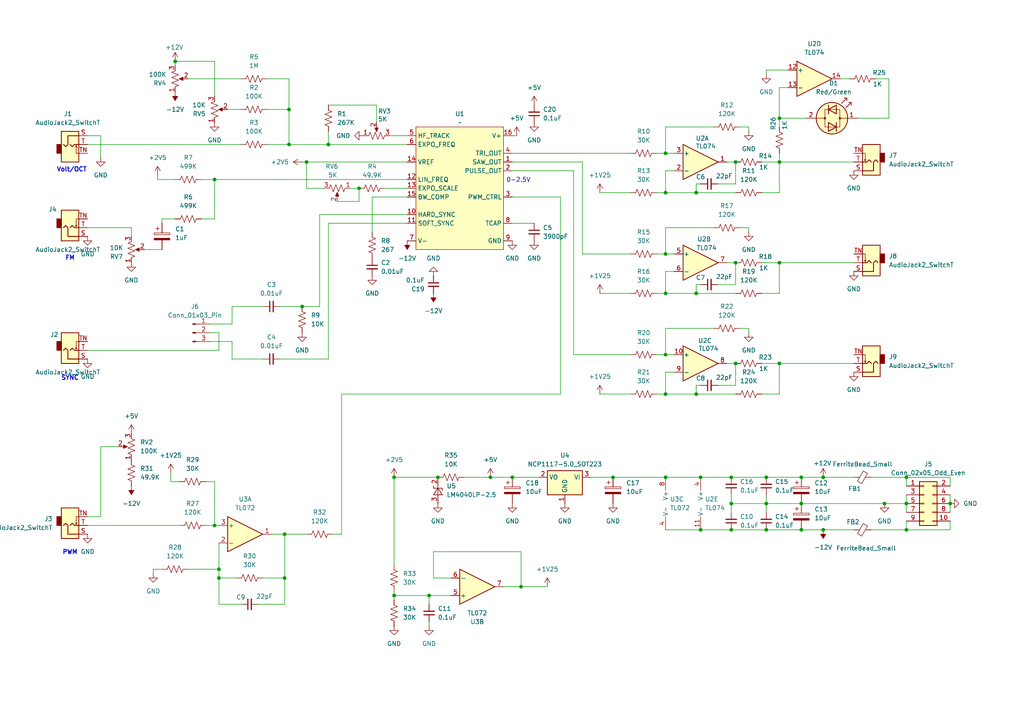
<source format=kicad_sch>
(kicad_sch (version 20231120) (generator "eeschema") (generator_version "8.0")
  (paper "A4")
  (junction (at 201.93 85.09))
  (junction (at 212.09 153.67))
  (junction (at 142.24 138.43))
  (junction (at 222.25 146.05))
  (junction (at 232.41 146.05))
  (junction (at 213.36 46.99))
  (junction (at 203.2 138.43))
  (junction (at 148.59 138.43))
  (junction (at 262.89 138.43))
  (junction (at 50.8 17.78))
  (junction (at 88.9 46.99))
  (junction (at 193.04 85.09))
  (junction (at 238.76 153.67))
  (junction (at 82.55 167.64))
  (junction (at 151.13 170.18))
  (junction (at 114.3 172.72))
  (junction (at 275.59 146.05))
  (junction (at 238.76 138.43))
  (junction (at 127 138.43))
  (junction (at 104.14 54.61))
  (junction (at 63.5 167.64))
  (junction (at 226.06 46.99))
  (junction (at 213.36 105.41))
  (junction (at 213.36 76.2))
  (junction (at 222.25 138.43))
  (junction (at 226.06 105.41))
  (junction (at 193.04 138.43))
  (junction (at 193.04 114.3))
  (junction (at 95.25 41.91))
  (junction (at 193.04 55.88))
  (junction (at 63.5 165.1))
  (junction (at 177.8 138.43))
  (junction (at 62.23 152.4))
  (junction (at 226.06 34.29))
  (junction (at 124.46 172.72))
  (junction (at 193.04 102.87))
  (junction (at 232.41 138.43))
  (junction (at 203.2 153.67))
  (junction (at 82.55 154.94))
  (junction (at 256.54 146.05))
  (junction (at 262.89 153.67))
  (junction (at 212.09 138.43))
  (junction (at 87.63 88.9))
  (junction (at 201.93 55.88))
  (junction (at 262.89 146.05))
  (junction (at 212.09 146.05))
  (junction (at 193.04 44.45))
  (junction (at 232.41 153.67))
  (junction (at 114.3 138.43))
  (junction (at 62.23 52.07))
  (junction (at 83.82 41.91))
  (junction (at 222.25 153.67))
  (junction (at 201.93 114.3))
  (junction (at 193.04 73.66))
  (junction (at 83.82 31.75))
  (junction (at 226.06 76.2))
  (wire (pts (xy 190.5 114.3) (xy 193.04 114.3)))
  (wire (pts (xy 148.59 138.43) (xy 156.21 138.43)))
  (wire (pts (xy 238.76 153.67) (xy 247.65 153.67)))
  (wire (pts (xy 254 22.86) (xy 257.81 22.86)))
  (wire (pts (xy 212.09 138.43) (xy 222.25 138.43)))
  (wire (pts (xy 210.82 46.99) (xy 213.36 46.99)))
  (wire (pts (xy 262.89 143.51) (xy 262.89 146.05)))
  (wire (pts (xy 151.13 170.18) (xy 158.75 170.18)))
  (wire (pts (xy 275.59 138.43) (xy 262.89 138.43)))
  (wire (pts (xy 45.72 52.07) (xy 45.72 50.8)))
  (wire (pts (xy 222.25 20.32) (xy 222.25 21.59)))
  (wire (pts (xy 95.25 30.48) (xy 109.22 30.48)))
  (wire (pts (xy 247.65 105.41) (xy 226.06 105.41)))
  (wire (pts (xy 114.3 172.72) (xy 114.3 173.99)))
  (wire (pts (xy 83.82 31.75) (xy 83.82 41.91)))
  (wire (pts (xy 78.74 154.94) (xy 82.55 154.94)))
  (wire (pts (xy 62.23 152.4) (xy 63.5 152.4)))
  (wire (pts (xy 226.06 55.88) (xy 226.06 46.99)))
  (wire (pts (xy 134.62 138.43) (xy 142.24 138.43)))
  (wire (pts (xy 95.25 38.1) (xy 95.25 41.91)))
  (wire (pts (xy 124.46 172.72) (xy 114.3 172.72)))
  (wire (pts (xy 226.06 76.2) (xy 220.98 76.2)))
  (wire (pts (xy 67.31 99.06) (xy 60.96 99.06)))
  (wire (pts (xy 275.59 143.51) (xy 275.59 146.05)))
  (wire (pts (xy 214.63 36.83) (xy 217.17 36.83)))
  (wire (pts (xy 201.93 53.34) (xy 201.93 55.88)))
  (wire (pts (xy 29.21 149.86) (xy 29.21 129.54)))
  (wire (pts (xy 63.5 167.64) (xy 63.5 165.1)))
  (wire (pts (xy 190.5 102.87) (xy 193.04 102.87)))
  (wire (pts (xy 212.09 146.05) (xy 212.09 148.59)))
  (wire (pts (xy 256.54 146.05) (xy 262.89 146.05)))
  (wire (pts (xy 208.28 111.76) (xy 213.36 111.76)))
  (wire (pts (xy 232.41 153.67) (xy 238.76 153.67)))
  (wire (pts (xy 151.13 170.18) (xy 146.05 170.18)))
  (wire (pts (xy 217.17 66.04) (xy 217.17 67.31)))
  (wire (pts (xy 95.25 64.77) (xy 118.11 64.77)))
  (wire (pts (xy 262.89 138.43) (xy 252.73 138.43)))
  (wire (pts (xy 29.21 129.54) (xy 34.29 129.54)))
  (wire (pts (xy 46.99 63.5) (xy 46.99 64.77)))
  (wire (pts (xy 228.6 20.32) (xy 222.25 20.32)))
  (wire (pts (xy 275.59 151.13) (xy 275.59 153.67)))
  (wire (pts (xy 212.09 143.51) (xy 212.09 146.05)))
  (wire (pts (xy 62.23 63.5) (xy 62.23 52.07)))
  (wire (pts (xy 193.04 44.45) (xy 195.58 44.45)))
  (wire (pts (xy 193.04 49.53) (xy 193.04 55.88)))
  (wire (pts (xy 193.04 114.3) (xy 201.93 114.3)))
  (wire (pts (xy 44.45 165.1) (xy 44.45 166.37)))
  (wire (pts (xy 60.96 96.52) (xy 63.5 96.52)))
  (wire (pts (xy 214.63 95.25) (xy 217.17 95.25)))
  (wire (pts (xy 148.59 46.99) (xy 168.91 46.99)))
  (wire (pts (xy 177.8 138.43) (xy 193.04 138.43)))
  (wire (pts (xy 201.93 114.3) (xy 213.36 114.3)))
  (wire (pts (xy 63.5 101.6) (xy 25.4 101.6)))
  (wire (pts (xy 114.3 171.45) (xy 114.3 172.72)))
  (wire (pts (xy 99.06 114.3) (xy 99.06 154.94)))
  (wire (pts (xy 193.04 55.88) (xy 201.93 55.88)))
  (wire (pts (xy 67.31 88.9) (xy 76.2 88.9)))
  (wire (pts (xy 222.25 143.51) (xy 222.25 146.05)))
  (wire (pts (xy 193.04 102.87) (xy 195.58 102.87)))
  (wire (pts (xy 83.82 41.91) (xy 95.25 41.91)))
  (wire (pts (xy 125.73 160.02) (xy 151.13 160.02)))
  (wire (pts (xy 50.8 17.78) (xy 50.8 19.05)))
  (wire (pts (xy 173.99 55.88) (xy 182.88 55.88)))
  (wire (pts (xy 275.59 140.97) (xy 275.59 138.43)))
  (wire (pts (xy 232.41 146.05) (xy 256.54 146.05)))
  (wire (pts (xy 77.47 31.75) (xy 83.82 31.75)))
  (wire (pts (xy 49.53 137.16) (xy 49.53 139.7)))
  (wire (pts (xy 166.37 49.53) (xy 166.37 102.87)))
  (wire (pts (xy 207.01 95.25) (xy 193.04 95.25)))
  (wire (pts (xy 46.99 72.39) (xy 41.91 72.39)))
  (wire (pts (xy 210.82 105.41) (xy 213.36 105.41)))
  (wire (pts (xy 168.91 46.99) (xy 168.91 73.66)))
  (wire (pts (xy 226.06 76.2) (xy 226.06 85.09)))
  (wire (pts (xy 262.89 153.67) (xy 252.73 153.67)))
  (wire (pts (xy 99.06 154.94) (xy 96.52 154.94)))
  (wire (pts (xy 203.2 53.34) (xy 201.93 53.34)))
  (wire (pts (xy 76.2 104.14) (xy 67.31 104.14)))
  (wire (pts (xy 63.5 175.26) (xy 63.5 167.64)))
  (wire (pts (xy 213.36 82.55) (xy 213.36 76.2)))
  (wire (pts (xy 166.37 102.87) (xy 182.88 102.87)))
  (wire (pts (xy 213.36 111.76) (xy 213.36 105.41)))
  (wire (pts (xy 262.89 151.13) (xy 262.89 153.67)))
  (wire (pts (xy 124.46 172.72) (xy 124.46 175.26)))
  (wire (pts (xy 68.58 167.64) (xy 63.5 167.64)))
  (wire (pts (xy 173.99 114.3) (xy 182.88 114.3)))
  (wire (pts (xy 60.96 93.98) (xy 67.31 93.98)))
  (wire (pts (xy 81.28 104.14) (xy 95.25 104.14)))
  (wire (pts (xy 82.55 167.64) (xy 76.2 167.64)))
  (wire (pts (xy 201.93 82.55) (xy 201.93 85.09)))
  (wire (pts (xy 101.6 54.61) (xy 104.14 54.61)))
  (wire (pts (xy 62.23 17.78) (xy 62.23 27.94)))
  (wire (pts (xy 114.3 138.43) (xy 127 138.43)))
  (wire (pts (xy 83.82 22.86) (xy 83.82 31.75)))
  (wire (pts (xy 111.76 54.61) (xy 118.11 54.61)))
  (wire (pts (xy 49.53 139.7) (xy 52.07 139.7)))
  (wire (pts (xy 173.99 85.09) (xy 182.88 85.09)))
  (wire (pts (xy 195.58 49.53) (xy 193.04 49.53)))
  (wire (pts (xy 66.04 31.75) (xy 69.85 31.75)))
  (wire (pts (xy 63.5 157.48) (xy 63.5 165.1)))
  (wire (pts (xy 243.84 22.86) (xy 246.38 22.86)))
  (wire (pts (xy 58.42 52.07) (xy 62.23 52.07)))
  (wire (pts (xy 226.06 105.41) (xy 226.06 114.3)))
  (wire (pts (xy 203.2 138.43) (xy 212.09 138.43)))
  (wire (pts (xy 50.8 17.78) (xy 62.23 17.78)))
  (wire (pts (xy 262.89 146.05) (xy 262.89 148.59)))
  (wire (pts (xy 97.79 58.42) (xy 104.14 58.42)))
  (wire (pts (xy 193.04 153.67) (xy 203.2 153.67)))
  (wire (pts (xy 77.47 22.86) (xy 83.82 22.86)))
  (wire (pts (xy 217.17 36.83) (xy 217.17 38.1)))
  (wire (pts (xy 118.11 62.23) (xy 92.71 62.23)))
  (wire (pts (xy 220.98 114.3) (xy 226.06 114.3)))
  (wire (pts (xy 193.04 138.43) (xy 203.2 138.43)))
  (wire (pts (xy 125.73 167.64) (xy 125.73 160.02)))
  (wire (pts (xy 171.45 138.43) (xy 177.8 138.43)))
  (wire (pts (xy 275.59 153.67) (xy 262.89 153.67)))
  (wire (pts (xy 142.24 138.43) (xy 148.59 138.43)))
  (wire (pts (xy 107.95 57.15) (xy 107.95 67.31)))
  (wire (pts (xy 226.06 46.99) (xy 247.65 46.99)))
  (wire (pts (xy 226.06 34.29) (xy 226.06 36.83)))
  (wire (pts (xy 104.14 58.42) (xy 104.14 54.61)))
  (wire (pts (xy 109.22 30.48) (xy 109.22 35.56)))
  (wire (pts (xy 257.81 34.29) (xy 248.92 34.29)))
  (wire (pts (xy 38.1 66.04) (xy 38.1 68.58)))
  (wire (pts (xy 95.25 104.14) (xy 95.25 64.77)))
  (wire (pts (xy 210.82 76.2) (xy 213.36 76.2)))
  (wire (pts (xy 195.58 107.95) (xy 193.04 107.95)))
  (wire (pts (xy 203.2 111.76) (xy 201.93 111.76)))
  (wire (pts (xy 195.58 78.74) (xy 193.04 78.74)))
  (wire (pts (xy 193.04 107.95) (xy 193.04 114.3)))
  (wire (pts (xy 92.71 88.9) (xy 87.63 88.9)))
  (wire (pts (xy 25.4 41.91) (xy 69.85 41.91)))
  (wire (pts (xy 217.17 95.25) (xy 217.17 96.52)))
  (wire (pts (xy 207.01 36.83) (xy 193.04 36.83)))
  (wire (pts (xy 25.4 39.37) (xy 29.21 39.37)))
  (wire (pts (xy 220.98 85.09) (xy 226.06 85.09)))
  (wire (pts (xy 92.71 62.23) (xy 92.71 88.9)))
  (wire (pts (xy 275.59 146.05) (xy 275.59 148.59)))
  (wire (pts (xy 190.5 44.45) (xy 193.04 44.45)))
  (wire (pts (xy 238.76 138.43) (xy 247.65 138.43)))
  (wire (pts (xy 222.25 153.67) (xy 232.41 153.67)))
  (wire (pts (xy 203.2 153.67) (xy 212.09 153.67)))
  (wire (pts (xy 93.98 54.61) (xy 88.9 54.61)))
  (wire (pts (xy 148.59 64.77) (xy 154.94 64.77)))
  (wire (pts (xy 88.9 54.61) (xy 88.9 46.99)))
  (wire (pts (xy 226.06 55.88) (xy 220.98 55.88)))
  (wire (pts (xy 149.86 39.37) (xy 148.59 39.37)))
  (wire (pts (xy 228.6 25.4) (xy 226.06 25.4)))
  (wire (pts (xy 226.06 25.4) (xy 226.06 34.29)))
  (wire (pts (xy 148.59 44.45) (xy 182.88 44.45)))
  (wire (pts (xy 193.04 66.04) (xy 193.04 73.66)))
  (wire (pts (xy 226.06 105.41) (xy 220.98 105.41)))
  (wire (pts (xy 50.8 52.07) (xy 45.72 52.07)))
  (wire (pts (xy 95.25 41.91) (xy 118.11 41.91)))
  (wire (pts (xy 148.59 57.15) (xy 162.56 57.15)))
  (wire (pts (xy 222.25 138.43) (xy 232.41 138.43)))
  (wire (pts (xy 212.09 146.05) (xy 222.25 146.05)))
  (wire (pts (xy 130.81 167.64) (xy 125.73 167.64)))
  (wire (pts (xy 82.55 154.94) (xy 82.55 167.64)))
  (wire (pts (xy 203.2 82.55) (xy 201.93 82.55)))
  (wire (pts (xy 118.11 57.15) (xy 107.95 57.15)))
  (wire (pts (xy 190.5 73.66) (xy 193.04 73.66)))
  (wire (pts (xy 226.06 44.45) (xy 226.06 46.99)))
  (wire (pts (xy 257.81 22.86) (xy 257.81 34.29)))
  (wire (pts (xy 63.5 165.1) (xy 54.61 165.1)))
  (wire (pts (xy 67.31 93.98) (xy 67.31 88.9)))
  (wire (pts (xy 262.89 140.97) (xy 262.89 138.43)))
  (wire (pts (xy 62.23 139.7) (xy 62.23 152.4)))
  (wire (pts (xy 201.93 55.88) (xy 213.36 55.88)))
  (wire (pts (xy 247.65 76.2) (xy 226.06 76.2)))
  (wire (pts (xy 29.21 39.37) (xy 29.21 45.72)))
  (wire (pts (xy 62.23 52.07) (xy 118.11 52.07)))
  (wire (pts (xy 87.63 88.9) (xy 81.28 88.9)))
  (wire (pts (xy 148.59 49.53) (xy 166.37 49.53)))
  (wire (pts (xy 201.93 111.76) (xy 201.93 114.3)))
  (wire (pts (xy 88.9 46.99) (xy 118.11 46.99)))
  (wire (pts (xy 168.91 73.66) (xy 182.88 73.66)))
  (wire (pts (xy 220.98 46.99) (xy 226.06 46.99)))
  (wire (pts (xy 58.42 63.5) (xy 62.23 63.5)))
  (wire (pts (xy 54.61 22.86) (xy 69.85 22.86)))
  (wire (pts (xy 190.5 85.09) (xy 193.04 85.09)))
  (wire (pts (xy 113.03 39.37) (xy 118.11 39.37)))
  (wire (pts (xy 222.25 146.05) (xy 222.25 148.59)))
  (wire (pts (xy 50.8 63.5) (xy 46.99 63.5)))
  (wire (pts (xy 59.69 152.4) (xy 62.23 152.4)))
  (wire (pts (xy 162.56 114.3) (xy 99.06 114.3)))
  (wire (pts (xy 82.55 175.26) (xy 82.55 167.64)))
  (wire (pts (xy 212.09 153.67) (xy 222.25 153.67)))
  (wire (pts (xy 214.63 66.04) (xy 217.17 66.04)))
  (wire (pts (xy 46.99 165.1) (xy 44.45 165.1)))
  (wire (pts (xy 193.04 78.74) (xy 193.04 85.09)))
  (wire (pts (xy 207.01 66.04) (xy 193.04 66.04)))
  (wire (pts (xy 193.04 95.25) (xy 193.04 102.87)))
  (wire (pts (xy 25.4 66.04) (xy 38.1 66.04)))
  (wire (pts (xy 77.47 41.91) (xy 83.82 41.91)))
  (wire (pts (xy 208.28 53.34) (xy 213.36 53.34)))
  (wire (pts (xy 25.4 149.86) (xy 29.21 149.86)))
  (wire (pts (xy 114.3 163.83) (xy 114.3 138.43)))
  (wire (pts (xy 162.56 57.15) (xy 162.56 114.3)))
  (wire (pts (xy 25.4 152.4) (xy 52.07 152.4)))
  (wire (pts (xy 201.93 85.09) (xy 213.36 85.09)))
  (wire (pts (xy 59.69 139.7) (xy 62.23 139.7)))
  (wire (pts (xy 208.28 82.55) (xy 213.36 82.55)))
  (wire (pts (xy 82.55 154.94) (xy 88.9 154.94)))
  (wire (pts (xy 63.5 96.52) (xy 63.5 101.6)))
  (wire (pts (xy 232.41 138.43) (xy 238.76 138.43)))
  (wire (pts (xy 124.46 181.61) (xy 124.46 180.34)))
  (wire (pts (xy 193.04 73.66) (xy 195.58 73.66)))
  (wire (pts (xy 193.04 36.83) (xy 193.04 44.45)))
  (wire (pts (xy 222.25 146.05) (xy 232.41 146.05)))
  (wire (pts (xy 74.93 175.26) (xy 82.55 175.26)))
  (wire (pts (xy 130.81 172.72) (xy 124.46 172.72)))
  (wire (pts (xy 151.13 160.02) (xy 151.13 170.18)))
  (wire (pts (xy 87.63 46.99) (xy 88.9 46.99)))
  (wire (pts (xy 190.5 55.88) (xy 193.04 55.88)))
  (wire (pts (xy 67.31 104.14) (xy 67.31 99.06)))
  (wire (pts (xy 69.85 175.26) (xy 63.5 175.26)))
  (wire (pts (xy 193.04 85.09) (xy 201.93 85.09)))
  (wire (pts (xy 233.68 34.29) (xy 226.06 34.29)))
  (wire (pts (xy 213.36 53.34) (xy 213.36 46.99)))
  (text "0-2.5V" (at 150.368 52.324 0) (effects (font (size 1.27 1.27))))
  (text "SYNC" (at 20.32 109.728 0) (effects (font (size 1.27 1.27) (bold yes))))
  (text "FM" (at 20.32 74.93 0) (effects (font (size 1.27 1.27) (bold yes))))
  (text "Volt/OCT" (at 20.828 49.276 0) (effects (font (size 1.27 1.27) (thickness 0.254) (bold yes))))
  (text "PWM\n" (at 20.32 160.274 0) (effects (font (size 1.27 1.27) (bold yes))))
  (symbol (lib_id "Regulator_Linear:NCP1117-5.0_SOT223") (at 163.83 138.43 0) (mirror y) (unit 1)
    (property "Reference" "U4" (at 163.83 132.08 0))
    (property "Value" "NCP1117-5.0_SOT223" (at 163.83 134.62 0))
    (property "Footprint" "Package_TO_SOT_SMD:SOT-223-3_TabPin2" (effects (hide yes)))
    (property "Datasheet" "http://www.onsemi.com/pub_link/Collateral/NCP1117-D.PDF" (effects (hide yes)))
    (property "Description" "1A Low drop-out regulator, Fixed Output 5V, SOT-223" (effects (hide yes)))
  )
  (symbol (lib_id "power:GND") (at 127 146.05 0) (unit 1)
    (property "Reference" "#PWR03" (effects (hide yes)))
    (property "Value" "GND" (at 127 151.13 0))
    (property "Description" "Power symbol creates a global label with name \"GND\" , ground" (effects (hide yes)))
  )
  (symbol (lib_id "Device:C_Small") (at 205.74 82.55 90) (unit 1)
    (property "Reference" "C7" (at 203.2 80.518 90))
    (property "Value" "22pF" (at 210.058 80.264 90))
    (property "Footprint" "Capacitor_SMD:C_0603_1608Metric_Pad1.08x0.95mm_HandSolder" (effects (hide yes)))
    (property "Description" "Unpolarized capacitor, small symbol" (effects (hide yes)))
  )
  (symbol (lib_id "power:GND") (at 177.8 146.05 0) (unit 1)
    (property "Reference" "#PWR032" (effects (hide yes)))
    (property "Value" "GND" (at 177.8 151.13 0))
    (property "Description" "Power symbol creates a global label with name \"GND\" , ground" (effects (hide yes)))
  )
  (symbol (lib_id "Device:C_Small") (at 72.39 175.26 90) (unit 1)
    (property "Reference" "C9" (at 69.85 173.228 90))
    (property "Value" "22pF" (at 76.708 172.974 90))
    (property "Footprint" "Capacitor_SMD:C_0603_1608Metric_Pad1.08x0.95mm_HandSolder" (effects (hide yes)))
    (property "Description" "Unpolarized capacitor, small symbol" (effects (hide yes)))
  )
  (symbol (lib_id "power:GND") (at 217.17 38.1 0) (unit 1)
    (property "Reference" "#PWR016" (effects (hide yes)))
    (property "Value" "GND" (at 217.17 43.18 0))
    (property "Description" "Power symbol creates a global label with name \"GND\" , ground" (effects (hide yes)))
  )
  (symbol (lib_id "power:+2V5") (at 87.63 46.99 90) (unit 1)
    (property "Reference" "#PWR01" (effects (hide yes)))
    (property "Value" "+2V5" (at 83.82 46.9899 90) (effects (justify left)))
    (property "Description" "Power symbol creates a global label with name \"+2V5\"" (effects (hide yes)))
  )
  (symbol (lib_id "power:GND") (at 44.45 166.37 0) (unit 1)
    (property "Reference" "#PWR027" (effects (hide yes)))
    (property "Value" "GND" (at 44.45 171.45 0))
    (property "Description" "Power symbol creates a global label with name \"GND\" , ground" (effects (hide yes)))
  )
  (symbol (lib_id "Device:R_US") (at 217.17 46.99 270) (unit 1)
    (property "Reference" "R14" (at 221.996 45.212 90))
    (property "Value" "1K" (at 221.488 48.514 90))
    (property "Footprint" "Resistor_SMD:R_0603_1608Metric_Pad0.98x0.95mm_HandSolder" (effects (hide yes)))
    (property "Description" "Resistor, US symbol" (effects (hide yes)))
  )
  (symbol (lib_id "Device:R_US") (at 250.19 22.86 270) (unit 1)
    (property "Reference" "R25" (at 255.016 21.082 90))
    (property "Value" "1K" (at 254.508 24.384 90))
    (property "Footprint" "Resistor_SMD:R_0603_1608Metric_Pad0.98x0.95mm_HandSolder" (effects (hide yes)))
    (property "Description" "Resistor, US symbol" (effects (hide yes)))
  )
  (symbol (lib_id "power:GND") (at 256.54 146.05 0) (unit 1)
    (property "Reference" "#PWR045" (effects (hide yes)))
    (property "Value" "GND" (at 256.54 151.13 0))
    (property "Description" "Power symbol creates a global label with name \"GND\" , ground" (effects (hide yes)))
  )
  (symbol (lib_id "power:GND") (at 29.21 45.72 0) (unit 1)
    (property "Reference" "#PWR04" (effects (hide yes)))
    (property "Value" "GND" (at 29.21 50.8 0))
    (property "Description" "Power symbol creates a global label with name \"GND\" , ground" (effects (hide yes)))
  )
  (symbol (lib_id "power:GND") (at 148.59 69.85 0) (unit 1)
    (property "Reference" "#PWR013" (effects (hide yes)))
    (property "Value" "GND" (at 148.59 74.93 0))
    (property "Description" "Power symbol creates a global label with name \"GND\" , ground" (effects (hide yes)))
  )
  (symbol (lib_id "Device:R_US") (at 87.63 92.71 180) (unit 1)
    (property "Reference" "R9" (at 90.17 91.4399 0) (effects (justify right)))
    (property "Value" "10K" (at 90.17 93.9799 0) (effects (justify right)))
    (property "Footprint" "Resistor_SMD:R_0603_1608Metric_Pad0.98x0.95mm_HandSolder" (effects (hide yes)))
    (property "Description" "Resistor, US symbol" (effects (hide yes)))
  )
  (symbol (lib_id "power:+1V2") (at 158.75 170.18 0) (unit 1)
    (property "Reference" "#PWR036" (effects (hide yes)))
    (property "Value" "+1V25" (at 158.75 165.1 0))
    (property "Description" "Power symbol creates a global label with name \"+1V2\"" (effects (hide yes)))
  )
  (symbol (lib_id "Connector_Audio:AudioJack2_SwitchT") (at 252.73 46.99 180) (unit 1)
    (property "Reference" "J7" (at 257.81 45.0849 0) (effects (justify right)))
    (property "Value" "AudioJack2_SwitchT" (at 257.81 47.6249 0) (effects (justify right)))
    (property "Footprint" "Connector_Audio:Jack_3.5mm_QingPu_WQP-PJ398SM_Vertical_CircularHoles" (effects (hide yes)))
    (property "Description" "Audio Jack, 2 Poles (Mono / TS), Switched T Pole (Normalling)" (effects (hide yes)))
  )
  (symbol (lib_id "Device:R_US") (at 73.66 31.75 90) (unit 1)
    (property "Reference" "R2" (at 73.66 25.4 90))
    (property "Value" "100K" (at 73.66 27.94 90))
    (property "Footprint" "Resistor_SMD:R_0603_1608Metric_Pad0.98x0.95mm_HandSolder" (effects (hide yes)))
    (property "Description" "Resistor, US symbol" (effects (hide yes)))
  )
  (symbol (lib_id "Device:R_US") (at 38.1 137.16 180) (unit 1)
    (property "Reference" "R31" (at 40.64 135.8899 0) (effects (justify right)))
    (property "Value" "49.9K" (at 40.64 138.4299 0) (effects (justify right)))
    (property "Footprint" "Resistor_SMD:R_0603_1608Metric_Pad0.98x0.95mm_HandSolder" (effects (hide yes)))
    (property "Description" "Resistor, US symbol" (effects (hide yes)))
  )
  (symbol (lib_id "Amplifier_Operational:TL072") (at 138.43 170.18 0) (mirror x) (unit 2)
    (property "Reference" "U3" (at 138.43 180.34 0))
    (property "Value" "TL072" (at 138.43 177.8 0))
    (property "Footprint" "Package_SO:SOIC-8_3.9x4.9mm_P1.27mm" (effects (hide yes)))
    (property "Datasheet" "http://www.ti.com/lit/ds/symlink/tl071.pdf" (effects (hide yes)))
    (property "Description" "Dual Low-Noise JFET-Input Operational Amplifiers, DIP-8/SOIC-8" (effects (hide yes)))
  )
  (symbol (lib_id "power:GND") (at 38.1 76.2 0) (unit 1)
    (property "Reference" "#PWR08" (effects (hide yes)))
    (property "Value" "GND" (at 38.1 81.28 0))
    (property "Description" "Power symbol creates a global label with name \"GND\" , ground" (effects (hide yes)))
  )
  (symbol (lib_id "Device:C_Polarized") (at 177.8 142.24 0) (unit 1)
    (property "Reference" "C17" (at 181.61 140.0809 0) (effects (justify left)))
    (property "Value" "10uF" (at 181.61 142.6209 0) (effects (justify left)))
    (property "Footprint" "Capacitor_THT:CP_Radial_D5.0mm_P2.00mm" (effects (hide yes)))
    (property "Description" "Polarized capacitor" (effects (hide yes)))
  )
  (symbol (lib_id "Device:R_US") (at 54.61 63.5 90) (unit 1)
    (property "Reference" "R6" (at 54.61 57.15 90))
    (property "Value" "499K" (at 54.61 59.69 90))
    (property "Footprint" "Resistor_SMD:R_0603_1608Metric_Pad0.98x0.95mm_HandSolder" (effects (hide yes)))
    (property "Description" "Resistor, US symbol" (effects (hide yes)))
  )
  (symbol (lib_id "Device:R_Potentiometer_US") (at 109.22 39.37 90) (unit 1)
    (property "Reference" "RV3" (at 111.506 32.258 90))
    (property "Value" "5K" (at 110.998 34.544 90))
    (property "Footprint" "Potentiometer_THT:Potentiometer_Bourns_3296W_Vertical" (effects (hide yes)))
    (property "Description" "Potentiometer, US symbol" (effects (hide yes)))
  )
  (symbol (lib_id "power:GND") (at 247.65 49.53 0) (unit 1)
    (property "Reference" "#PWR046" (effects (hide yes)))
    (property "Value" "GND" (at 247.65 54.61 0))
    (property "Description" "Power symbol creates a global label with name \"GND\" , ground" (effects (hide yes)))
  )
  (symbol (lib_id "power:+1V2") (at 173.99 114.3 0) (unit 1)
    (property "Reference" "#PWR023" (effects (hide yes)))
    (property "Value" "+1V25" (at 173.99 109.22 0))
    (property "Description" "Power symbol creates a global label with name \"+1V2\"" (effects (hide yes)))
  )
  (symbol (lib_id "Connector_Audio:AudioJack2_SwitchT") (at 20.32 152.4 0) (mirror x) (unit 1)
    (property "Reference" "J3" (at 15.24 150.4949 0) (effects (justify right)))
    (property "Value" "AudioJack2_SwitchT" (at 15.24 153.0349 0) (effects (justify right)))
    (property "Footprint" "Connector_Audio:Jack_3.5mm_QingPu_WQP-PJ398SM_Vertical_CircularHoles" (effects (hide yes)))
    (property "Description" "Audio Jack, 2 Poles (Mono / TS), Switched T Pole (Normalling)" (effects (hide yes)))
  )
  (symbol (lib_id "Device:R_US") (at 186.69 85.09 270) (unit 1)
    (property "Reference" "R16" (at 186.69 78.74 90))
    (property "Value" "30K" (at 186.69 81.28 90))
    (property "Footprint" "Resistor_SMD:R_0603_1608Metric_Pad0.98x0.95mm_HandSolder" (effects (hide yes)))
    (property "Description" "Resistor, US symbol" (effects (hide yes)))
  )
  (symbol (lib_id "power:-12V") (at 238.76 153.67 180) (unit 1)
    (property "Reference" "#PWR040" (effects (hide yes)))
    (property "Value" "-12V" (at 238.76 158.75 0))
    (property "Description" "Power symbol creates a global label with name \"-12V\"" (effects (hide yes)))
  )
  (symbol (lib_id "Device:C_Small") (at 205.74 111.76 90) (unit 1)
    (property "Reference" "C8" (at 203.2 109.728 90))
    (property "Value" "22pF" (at 210.058 109.474 90))
    (property "Footprint" "Capacitor_SMD:C_0603_1608Metric_Pad1.08x0.95mm_HandSolder" (effects (hide yes)))
    (property "Description" "Unpolarized capacitor, small symbol" (effects (hide yes)))
  )
  (symbol (lib_id "Device:C_Small") (at 107.95 77.47 0) (unit 1)
    (property "Reference" "C2" (at 110.49 76.2062 0) (effects (justify left)))
    (property "Value" "0.01uF" (at 110.49 78.7462 0) (effects (justify left)))
    (property "Footprint" "Capacitor_SMD:C_0603_1608Metric_Pad1.08x0.95mm_HandSolder" (effects (hide yes)))
    (property "Description" "Unpolarized capacitor, small symbol" (effects (hide yes)))
  )
  (symbol (lib_id "power:-12V") (at 125.73 85.09 180) (unit 1)
    (property "Reference" "#PWR039" (effects (hide yes)))
    (property "Value" "-12V" (at 125.73 90.17 0))
    (property "Description" "Power symbol creates a global label with name \"-12V\"" (effects (hide yes)))
  )
  (symbol (lib_id "Amplifier_Operational:TL072") (at 71.12 154.94 0) (unit 1)
    (property "Reference" "U3" (at 71.12 144.78 0))
    (property "Value" "TL072" (at 71.12 147.32 0))
    (property "Footprint" "Package_SO:SOIC-8_3.9x4.9mm_P1.27mm" (effects (hide yes)))
    (property "Datasheet" "http://www.ti.com/lit/ds/symlink/tl071.pdf" (effects (hide yes)))
    (property "Description" "Dual Low-Noise JFET-Input Operational Amplifiers, DIP-8/SOIC-8" (effects (hide yes)))
  )
  (symbol (lib_id "Device:C_Small") (at 212.09 151.13 180) (unit 1)
    (property "Reference" "C10" (at 214.63 149.8535 0) (effects (justify right)))
    (property "Value" "0.1uF" (at 214.63 152.3935 0) (effects (justify right)))
    (property "Footprint" "Capacitor_SMD:C_0603_1608Metric_Pad1.08x0.95mm_HandSolder" (effects (hide yes)))
    (property "Description" "Unpolarized capacitor, small symbol" (effects (hide yes)))
  )
  (symbol (lib_id "Device:R_US") (at 186.69 55.88 270) (unit 1)
    (property "Reference" "R13" (at 186.69 49.53 90))
    (property "Value" "30K" (at 186.69 52.07 90))
    (property "Footprint" "Resistor_SMD:R_0603_1608Metric_Pad0.98x0.95mm_HandSolder" (effects (hide yes)))
    (property "Description" "Resistor, US symbol" (effects (hide yes)))
  )
  (symbol (lib_id "Device:C_Small") (at 78.74 104.14 90) (unit 1)
    (property "Reference" "C4" (at 78.7463 97.79 90))
    (property "Value" "0.01uF" (at 78.7463 100.33 90))
    (property "Footprint" "Capacitor_SMD:C_0603_1608Metric_Pad1.08x0.95mm_HandSolder" (effects (hide yes)))
    (property "Description" "Unpolarized capacitor, small symbol" (effects (hide yes)))
  )
  (symbol (lib_id "Device:R_US") (at 92.71 154.94 270) (unit 1)
    (property "Reference" "R32" (at 92.71 148.59 90))
    (property "Value" "120K" (at 92.71 151.13 90))
    (property "Footprint" "Resistor_SMD:R_0603_1608Metric_Pad0.98x0.95mm_HandSolder" (effects (hide yes)))
    (property "Description" "Resistor, US symbol" (effects (hide yes)))
  )
  (symbol (lib_id "Reference_Voltage:LM4040LP-2.5") (at 127 142.24 90) (unit 1)
    (property "Reference" "U5" (at 129.54 140.9699 90) (effects (justify right)))
    (property "Value" "LM4040LP-2.5" (at 129.54 143.5099 90) (effects (justify right)))
    (property "Footprint" "Package_TO_SOT_THT:TO-92_Inline" (effects (hide yes)))
    (property "Datasheet" "http://www.ti.com/lit/ds/symlink/lm4040-n.pdf" (effects (hide yes)))
    (property "Description" "2.500V Precision Micropower Shunt Voltage Reference, TO-92" (effects (hide yes)))
  )
  (symbol (lib_id "Device:C_Polarized") (at 232.41 149.86 0) (unit 1)
    (property "Reference" "C13" (at 236.22 147.7009 0) (effects (justify left)))
    (property "Value" "10uF" (at 236.22 150.2409 0) (effects (justify left)))
    (property "Footprint" "Capacitor_THT:CP_Radial_D5.0mm_P2.00mm" (effects (hide yes)))
    (property "Description" "Polarized capacitor" (effects (hide yes)))
  )
  (symbol (lib_id "Device:R_US") (at 55.88 139.7 270) (unit 1)
    (property "Reference" "R29" (at 55.88 133.35 90))
    (property "Value" "30K" (at 55.88 135.89 90))
    (property "Footprint" "Resistor_SMD:R_0603_1608Metric_Pad0.98x0.95mm_HandSolder" (effects (hide yes)))
    (property "Description" "Resistor, US symbol" (effects (hide yes)))
  )
  (symbol (lib_id "Device:R_US") (at 72.39 167.64 270) (unit 1)
    (property "Reference" "R30" (at 72.39 161.29 90))
    (property "Value" "30K" (at 72.39 163.83 90))
    (property "Footprint" "Resistor_SMD:R_0603_1608Metric_Pad0.98x0.95mm_HandSolder" (effects (hide yes)))
    (property "Description" "Resistor, US symbol" (effects (hide yes)))
  )
  (symbol (lib_id "power:GND") (at 62.23 35.56 0) (unit 1)
    (property "Reference" "#PWR05" (effects (hide yes)))
    (property "Value" "GND" (at 62.23 40.64 0))
    (property "Description" "Power symbol creates a global label with name \"GND\" , ground" (effects (hide yes)))
  )
  (symbol (lib_id "Connector_Audio:AudioJack2_SwitchT") (at 20.32 41.91 0) (unit 1)
    (property "Reference" "J1" (at 19.685 33.02 0))
    (property "Value" "AudioJack2_SwitchT" (at 19.685 35.56 0))
    (property "Footprint" "Connector_Audio:Jack_3.5mm_QingPu_WQP-PJ398SM_Vertical_CircularHoles" (effects (hide yes)))
    (property "Description" "Audio Jack, 2 Poles (Mono / TS), Switched T Pole (Normalling)" (effects (hide yes)))
  )
  (symbol (lib_id "Device:R_US") (at 217.17 76.2 270) (unit 1)
    (property "Reference" "R18" (at 221.996 74.422 90))
    (property "Value" "1K" (at 221.488 77.724 90))
    (property "Footprint" "Resistor_SMD:R_0603_1608Metric_Pad0.98x0.95mm_HandSolder" (effects (hide yes)))
    (property "Description" "Resistor, US symbol" (effects (hide yes)))
  )
  (symbol (lib_id "Device:R_Potentiometer_US") (at 50.8 22.86 0) (mirror x) (unit 1)
    (property "Reference" "RV4" (at 48.26 24.1301 0) (effects (justify right)))
    (property "Value" "100K" (at 48.26 21.5901 0) (effects (justify right)))
    (property "Footprint" "Potentiometer_THT:Potentiometer_Alpha_RD901F-40-00D_Single_Vertical" (effects (hide yes)))
    (property "Description" "Potentiometer, US symbol" (effects (hide yes)))
  )
  (symbol (lib_id "Device:R_US") (at 107.95 54.61 90) (unit 1)
    (property "Reference" "R4" (at 107.95 48.26 90))
    (property "Value" "49.9K" (at 107.95 50.8 90))
    (property "Footprint" "Resistor_SMD:R_0603_1608Metric_Pad0.98x0.95mm_HandSolder" (effects (hide yes)))
    (property "Description" "Resistor, US symbol" (effects (hide yes)))
  )
  (symbol (lib_id "Device:C_Polarized") (at 232.41 142.24 0) (unit 1)
    (property "Reference" "C12" (at 236.22 140.0809 0) (effects (justify left)))
    (property "Value" "10uF" (at 236.22 142.6209 0) (effects (justify left)))
    (property "Footprint" "Capacitor_THT:CP_Radial_D5.0mm_P2.00mm" (effects (hide yes)))
    (property "Description" "Polarized capacitor" (effects (hide yes)))
  )
  (symbol (lib_id "power:+12V") (at 50.8 17.78 0) (unit 1)
    (property "Reference" "#PWR015" (effects (hide yes)))
    (property "Value" "+12V" (at 50.546 13.716 0))
    (property "Description" "Power symbol creates a global label with name \"+12V\"" (effects (hide yes)))
  )
  (symbol (lib_id "Connector_Generic:Conn_02x05_Odd_Even") (at 267.97 146.05 0) (unit 1)
    (property "Reference" "J5" (at 269.24 134.62 0))
    (property "Value" "Conn_02x05_Odd_Even" (at 269.24 137.16 0))
    (property "Footprint" "Connector_PinHeader_2.54mm:PinHeader_2x05_P2.54mm_Vertical" (effects (hide yes)))
    (property "Description" "Generic connector, double row, 02x05, odd/even pin numbering scheme (row 1 odd numbers, row 2 even numbers), script generated (kicad-library-utils/schlib/autogen/connector/)" (effects (hide yes)))
  )
  (symbol (lib_id "Device:FerriteBead_Small") (at 250.19 138.43 90) (unit 1)
    (property "Reference" "FB1" (at 247.904 141.732 90))
    (property "Value" "FerriteBead_Small" (at 250.1519 134.62 90))
    (property "Footprint" "Resistor_SMD:R_0603_1608Metric_Pad0.98x0.95mm_HandSolder" (effects (hide yes)))
    (property "Description" "Ferrite bead, small symbol" (effects (hide yes)))
  )
  (symbol (lib_id "Amplifier_Operational:TL074") (at 203.2 76.2 0) (unit 2)
    (property "Reference" "U2" (at 204.216 69.342 0))
    (property "Value" "TL074" (at 204.978 71.882 0))
    (property "Footprint" "Package_SO:SOIC-14_3.9x8.7mm_P1.27mm" (effects (hide yes)))
    (property "Datasheet" "http://www.ti.com/lit/ds/symlink/tl071.pdf" (effects (hide yes)))
    (property "Description" "Quad Low-Noise JFET-Input Operational Amplifiers, DIP-14/SOIC-14" (effects (hide yes)))
  )
  (symbol (lib_id "Device:LED_Dual_Bidirectional") (at 241.3 34.29 0) (unit 1)
    (property "Reference" "D1" (at 241.7953 24.13 0))
    (property "Value" "Red/Green" (at 241.7953 26.67 0))
    (property "Footprint" "LED_THT:LED_D3.0mm" (effects (hide yes)))
    (property "Description" "Dual LED, bidirectional" (effects (hide yes)))
  )
  (symbol (lib_id "Amplifier_Operational:TL074") (at 205.74 146.05 0) (unit 5)
    (property "Reference" "U2" (at 204.47 144.7799 0) (effects (justify left)))
    (property "Value" "TL074" (at 204.47 147.3199 0) (effects (justify left)))
    (property "Footprint" "Package_SO:SOIC-14_3.9x8.7mm_P1.27mm" (effects (hide yes)))
    (property "Datasheet" "http://www.ti.com/lit/ds/symlink/tl071.pdf" (effects (hide yes)))
    (property "Description" "Quad Low-Noise JFET-Input Operational Amplifiers, DIP-14/SOIC-14" (effects (hide yes)))
  )
  (symbol (lib_id "power:+1V2") (at 173.99 85.09 0) (unit 1)
    (property "Reference" "#PWR024" (effects (hide yes)))
    (property "Value" "+1V25" (at 173.99 80.01 0))
    (property "Description" "Power symbol creates a global label with name \"+1V2\"" (effects (hide yes)))
  )
  (symbol (lib_id "Connector_Audio:AudioJack2_SwitchT") (at 252.73 105.41 180) (unit 1)
    (property "Reference" "J9" (at 257.81 103.5049 0) (effects (justify right)))
    (property "Value" "AudioJack2_SwitchT" (at 257.81 106.0449 0) (effects (justify right)))
    (property "Footprint" "Connector_Audio:Jack_3.5mm_QingPu_WQP-PJ398SM_Vertical_CircularHoles" (effects (hide yes)))
    (property "Description" "Audio Jack, 2 Poles (Mono / TS), Switched T Pole (Normalling)" (effects (hide yes)))
  )
  (symbol (lib_id "Device:C_Small") (at 154.94 33.02 180) (unit 1)
    (property "Reference" "C20" (at 157.48 31.7435 0) (effects (justify right)))
    (property "Value" "0.1uF" (at 157.48 34.2835 0) (effects (justify right)))
    (property "Footprint" "Capacitor_SMD:C_0603_1608Metric_Pad1.08x0.95mm_HandSolder" (effects (hide yes)))
    (property "Description" "Unpolarized capacitor, small symbol" (effects (hide yes)))
  )
  (symbol (lib_id "Device:C_Small") (at 222.25 140.97 180) (unit 1)
    (property "Reference" "C15" (at 224.79 139.6935 0) (effects (justify right)))
    (property "Value" "0.1uF" (at 224.79 142.2335 0) (effects (justify right)))
    (property "Footprint" "Capacitor_SMD:C_0603_1608Metric_Pad1.08x0.95mm_HandSolder" (effects (hide yes)))
    (property "Description" "Unpolarized capacitor, small symbol" (effects (hide yes)))
  )
  (symbol (lib_id "Amplifier_Operational:TL072") (at 195.58 146.05 0) (unit 3)
    (property "Reference" "U3" (at 194.31 144.7799 0) (effects (justify left)))
    (property "Value" "TL072" (at 194.31 147.3199 0) (effects (justify left)))
    (property "Footprint" "Package_SO:SOIC-8_3.9x4.9mm_P1.27mm" (effects (hide yes)))
    (property "Datasheet" "http://www.ti.com/lit/ds/symlink/tl071.pdf" (effects (hide yes)))
    (property "Description" "Dual Low-Noise JFET-Input Operational Amplifiers, DIP-8/SOIC-8" (effects (hide yes)))
  )
  (symbol (lib_id "power:-12V") (at 50.8 26.67 180) (unit 1)
    (property "Reference" "#PWR06" (effects (hide yes)))
    (property "Value" "-12V" (at 50.8 31.75 0))
    (property "Description" "Power symbol creates a global label with name \"-12V\"" (effects (hide yes)))
  )
  (symbol (lib_id "Device:R_US") (at 217.17 105.41 270) (unit 1)
    (property "Reference" "R23" (at 221.996 103.632 90))
    (property "Value" "1K" (at 221.488 106.934 90))
    (property "Footprint" "Resistor_SMD:R_0603_1608Metric_Pad0.98x0.95mm_HandSolder" (effects (hide yes)))
    (property "Description" "Resistor, US symbol" (effects (hide yes)))
  )
  (symbol (lib_id "power:GND") (at 148.59 146.05 0) (unit 1)
    (property "Reference" "#PWR031" (effects (hide yes)))
    (property "Value" "GND" (at 148.59 151.13 0))
    (property "Description" "Power symbol creates a global label with name \"GND\" , ground" (effects (hide yes)))
  )
  (symbol (lib_id "power:GND") (at 275.59 146.05 90) (unit 1)
    (property "Reference" "#PWR044" (effects (hide yes)))
    (property "Value" "GND" (at 279.4 146.0499 90) (effects (justify right)))
    (property "Description" "Power symbol creates a global label with name \"GND\" , ground" (effects (hide yes)))
  )
  (symbol (lib_id "Device:R_US") (at 54.61 52.07 90) (unit 1)
    (property "Reference" "R7" (at 54.61 45.72 90))
    (property "Value" "499K" (at 54.61 48.26 90))
    (property "Footprint" "Resistor_SMD:R_0603_1608Metric_Pad0.98x0.95mm_HandSolder" (effects (hide yes)))
    (property "Description" "Resistor, US symbol" (effects (hide yes)))
  )
  (symbol (lib_id "power:GND") (at 247.65 107.95 0) (unit 1)
    (property "Reference" "#PWR048" (effects (hide yes)))
    (property "Value" "GND" (at 247.65 113.03 0))
    (property "Description" "Power symbol creates a global label with name \"GND\" , ground" (effects (hide yes)))
  )
  (symbol (lib_id "Device:C_Small") (at 222.25 151.13 180) (unit 1)
    (property "Reference" "C14" (at 224.79 149.8535 0) (effects (justify right)))
    (property "Value" "0.1uF" (at 224.79 152.3935 0) (effects (justify right)))
    (property "Footprint" "Capacitor_SMD:C_0603_1608Metric_Pad1.08x0.95mm_HandSolder" (effects (hide yes)))
    (property "Description" "Unpolarized capacitor, small symbol" (effects (hide yes)))
  )
  (symbol (lib_id "power:+12V") (at 142.24 138.43 0) (unit 1)
    (property "Reference" "#PWR034" (effects (hide yes)))
    (property "Value" "+5V" (at 142.24 133.35 0))
    (property "Description" "Power symbol creates a global label with name \"+12V\"" (effects (hide yes)))
  )
  (symbol (lib_id "Device:FerriteBead_Small") (at 250.19 153.67 90) (unit 1)
    (property "Reference" "FB2" (at 247.396 151.384 90))
    (property "Value" "FerriteBead_Small" (at 251.206 159.004 90))
    (property "Footprint" "Resistor_SMD:R_0603_1608Metric_Pad0.98x0.95mm_HandSolder" (effects (hide yes)))
    (property "Description" "Ferrite bead, small symbol" (effects (hide yes)))
  )
  (symbol (lib_id "Device:R_US") (at 186.69 73.66 270) (unit 1)
    (property "Reference" "R15" (at 186.69 67.31 90))
    (property "Value" "30K" (at 186.69 69.85 90))
    (property "Footprint" "Resistor_SMD:R_0603_1608Metric_Pad0.98x0.95mm_HandSolder" (effects (hide yes)))
    (property "Description" "Resistor, US symbol" (effects (hide yes)))
  )
  (symbol (lib_id "Device:C_Polarized") (at 46.99 68.58 0) (unit 1)
    (property "Reference" "C1" (at 50.8 66.4209 0) (effects (justify left)))
    (property "Value" "1uF" (at 50.8 68.9609 0) (effects (justify left)))
    (property "Footprint" "Capacitor_THT:CP_Radial_D5.0mm_P2.00mm" (effects (hide yes)))
    (property "Description" "Polarized capacitor" (effects (hide yes)))
  )
  (symbol (lib_id "Device:R_Potentiometer_US") (at 62.23 31.75 0) (mirror x) (unit 1)
    (property "Reference" "RV5" (at 59.69 33.0201 0) (effects (justify right)))
    (property "Value" "10K" (at 59.69 30.4801 0) (effects (justify right)))
    (property "Footprint" "Potentiometer_THT:Potentiometer_Alpha_RD901F-40-00D_Single_Vertical" (effects (hide yes)))
    (property "Description" "Potentiometer, US symbol" (effects (hide yes)))
  )
  (symbol (lib_id "Device:R_US") (at 186.69 44.45 270) (unit 1)
    (property "Reference" "R10" (at 186.69 38.1 90))
    (property "Value" "30K" (at 186.69 40.64 90))
    (property "Footprint" "Resistor_SMD:R_0603_1608Metric_Pad0.98x0.95mm_HandSolder" (effects (hide yes)))
    (property "Description" "Resistor, US symbol" (effects (hide yes)))
  )
  (symbol (lib_id "power:-12V") (at 38.1 140.97 180) (unit 1)
    (property "Reference" "#PWR021" (effects (hide yes)))
    (property "Value" "-12V" (at 38.1 146.05 0))
    (property "Description" "Power symbol creates a global label with name \"-12V\"" (effects (hide yes)))
  )
  (symbol (lib_id "Device:R_US") (at 114.3 167.64 0) (unit 1)
    (property "Reference" "R33" (at 116.84 166.3699 0) (effects (justify left)))
    (property "Value" "30K" (at 116.84 168.9099 0) (effects (justify left)))
    (property "Footprint" "Resistor_SMD:R_0603_1608Metric_Pad0.98x0.95mm_HandSolder" (effects (hide yes)))
    (property "Description" "Resistor, US symbol" (effects (hide yes)))
  )
  (symbol (lib_id "power:GND") (at 154.94 69.85 0) (unit 1)
    (property "Reference" "#PWR014" (effects (hide yes)))
    (property "Value" "GND" (at 154.94 74.93 0))
    (property "Description" "Power symbol creates a global label with name \"GND\" , ground" (effects (hide yes)))
  )
  (symbol (lib_id "Amplifier_Operational:TL074") (at 236.22 22.86 0) (unit 4)
    (property "Reference" "U2" (at 236.22 12.7 0))
    (property "Value" "TL074" (at 236.22 15.24 0))
    (property "Footprint" "Package_SO:SOIC-14_3.9x8.7mm_P1.27mm" (effects (hide yes)))
    (property "Datasheet" "http://www.ti.com/lit/ds/symlink/tl071.pdf" (effects (hide yes)))
    (property "Description" "Quad Low-Noise JFET-Input Operational Amplifiers, DIP-14/SOIC-14" (effects (hide yes)))
  )
  (symbol (lib_id "power:+1V2") (at 49.53 137.16 0) (unit 1)
    (property "Reference" "#PWR022" (effects (hide yes)))
    (property "Value" "+1V25" (at 49.53 132.08 0))
    (property "Description" "Power symbol creates a global label with name \"+1V2\"" (effects (hide yes)))
  )
  (symbol (lib_id "Device:R_US") (at 130.81 138.43 270) (unit 1)
    (property "Reference" "R35" (at 130.81 132.08 90))
    (property "Value" "10K" (at 130.81 134.62 90))
    (property "Footprint" "Resistor_SMD:R_0603_1608Metric_Pad0.98x0.95mm_HandSolder" (effects (hide yes)))
    (property "Description" "Resistor, US symbol" (effects (hide yes)))
  )
  (symbol (lib_id "power:GND") (at 87.63 96.52 0) (unit 1)
    (property "Reference" "#PWR011" (effects (hide yes)))
    (property "Value" "GND" (at 87.63 101.6 0))
    (property "Description" "Power symbol creates a global label with name \"GND\" , ground" (effects (hide yes)))
  )
  (symbol (lib_id "Device:R_US") (at 210.82 36.83 270) (unit 1)
    (property "Reference" "R12" (at 210.82 30.48 90))
    (property "Value" "120K" (at 210.82 33.02 90))
    (property "Footprint" "Resistor_SMD:R_0603_1608Metric_Pad0.98x0.95mm_HandSolder" (effects (hide yes)))
    (property "Description" "Resistor, US symbol" (effects (hide yes)))
  )
  (symbol (lib_id "Device:C_Polarized") (at 148.59 142.24 0) (unit 1)
    (property "Reference" "C18" (at 152.4 140.0809 0) (effects (justify left)))
    (property "Value" "10uF" (at 152.4 142.6209 0) (effects (justify left)))
    (property "Footprint" "Capacitor_THT:CP_Radial_D5.0mm_P2.00mm" (effects (hide yes)))
    (property "Description" "Polarized capacitor" (effects (hide yes)))
  )
  (symbol (lib_id "power:+1V2") (at 173.99 55.88 0) (unit 1)
    (property "Reference" "#PWR025" (effects (hide yes)))
    (property "Value" "+1V25" (at 173.99 50.8 0))
    (property "Description" "Power symbol creates a global label with name \"+1V2\"" (effects (hide yes)))
  )
  (symbol (lib_id "Device:R_Potentiometer_US") (at 38.1 72.39 0) (mirror x) (unit 1)
    (property "Reference" "RV7" (at 33.782 74.422 0))
    (property "Value" "10K" (at 33.782 71.882 0))
    (property "Footprint" "Potentiometer_THT:Potentiometer_Alpha_RD901F-40-00D_Single_Vertical" (effects (hide yes)))
    (property "Description" "Potentiometer, US symbol" (effects (hide yes)))
  )
  (symbol (lib_id "Device:C_Small") (at 154.94 67.31 0) (unit 1)
    (property "Reference" "C5" (at 157.48 66.0462 0) (effects (justify left)))
    (property "Value" "3900pF" (at 157.48 68.5862 0) (effects (justify left)))
    (property "Footprint" "Capacitor_SMD:C_0603_1608Metric_Pad1.08x0.95mm_HandSolder" (effects (hide yes)))
    (property "Description" "Unpolarized capacitor, small symbol" (effects (hide yes)))
  )
  (symbol (lib_id "power:+2V5") (at 114.3 138.43 0) (unit 1)
    (property "Reference" "#PWR035" (effects (hide yes)))
    (property "Value" "+2V5" (at 114.3 133.35 0))
    (property "Description" "Power symbol creates a global label with name \"+2V5\"" (effects (hide yes)))
  )
  (symbol (lib_id "power:GND") (at 247.65 78.74 0) (unit 1)
    (property "Reference" "#PWR047" (effects (hide yes)))
    (property "Value" "GND" (at 247.65 83.82 0))
    (property "Description" "Power symbol creates a global label with name \"GND\" , ground" (effects (hide yes)))
  )
  (symbol (lib_id "Synthesizer:SSI2131") (at 120.65 36.83 0) (unit 1)
    (property "Reference" "U1" (at 133.35 33.02 0))
    (property "Value" "~" (at 133.35 35.56 0))
    (property "Footprint" "Package_SO:SOIC-16_3.9x9.9mm_P1.27mm" (effects (hide yes)))
  )
  (symbol (lib_id "power:GND") (at 217.17 67.31 0) (unit 1)
    (property "Reference" "#PWR017" (effects (hide yes)))
    (property "Value" "GND" (at 217.17 72.39 0))
    (property "Description" "Power symbol creates a global label with name \"GND\" , ground" (effects (hide yes)))
  )
  (symbol (lib_id "Amplifier_Operational:TL074") (at 203.2 105.41 0) (unit 3)
    (property "Reference" "U2" (at 204.47 98.806 0))
    (property "Value" "TL074" (at 205.486 101.092 0))
    (property "Footprint" "Package_SO:SOIC-14_3.9x8.7mm_P1.27mm" (effects (hide yes)))
    (property "Datasheet" "http://www.ti.com/lit/ds/symlink/tl071.pdf" (effects (hide yes)))
    (property "Description" "Quad Low-Noise JFET-Input Operational Amplifiers, DIP-14/SOIC-14" (effects (hide yes)))
  )
  (symbol (lib_id "Device:R_US") (at 95.25 34.29 180) (unit 1)
    (property "Reference" "R1" (at 97.79 33.0199 0) (effects (justify right)))
    (property "Value" "267K" (at 97.79 35.5599 0) (effects (justify right)))
    (property "Footprint" "Resistor_SMD:R_0603_1608Metric_Pad0.98x0.95mm_HandSolder" (effects (hide yes)))
    (property "Description" "Resistor, US symbol" (effects (hide yes)))
  )
  (symbol (lib_id "power:GND") (at 107.95 80.01 0) (unit 1)
    (property "Reference" "#PWR010" (effects (hide yes)))
    (property "Value" "GND" (at 107.95 85.09 0))
    (property "Description" "Power symbol creates a global label with name \"GND\" , ground" (effects (hide yes)))
  )
  (symbol (lib_id "power:GND") (at 217.17 96.52 0) (unit 1)
    (property "Reference" "#PWR018" (effects (hide yes)))
    (property "Value" "GND" (at 217.17 101.6 0))
    (property "Description" "Power symbol creates a global label with name \"GND\" , ground" (effects (hide yes)))
  )
  (symbol (lib_id "power:GND") (at 124.46 181.61 0) (unit 1)
    (property "Reference" "#PWR029" (effects (hide yes)))
    (property "Value" "GND" (at 124.46 186.69 0))
    (property "Description" "Power symbol creates a global label with name \"GND\" , ground" (effects (hide yes)))
  )
  (symbol (lib_id "Device:R_US") (at 217.17 114.3 270) (unit 1)
    (property "Reference" "R24" (at 217.17 107.95 90))
    (property "Value" "120K" (at 217.17 110.49 90))
    (property "Footprint" "Resistor_SMD:R_0603_1608Metric_Pad0.98x0.95mm_HandSolder" (effects (hide yes)))
    (property "Description" "Resistor, US symbol" (effects (hide yes)))
  )
  (symbol (lib_id "power:GND") (at 222.25 21.59 0) (unit 1)
    (property "Reference" "#PWR019" (effects (hide yes)))
    (property "Value" "GND" (at 222.25 26.67 0))
    (property "Description" "Power symbol creates a global label with name \"GND\" , ground" (effects (hide yes)))
  )
  (symbol (lib_id "Device:C_Small") (at 212.09 140.97 180) (unit 1)
    (property "Reference" "C16" (at 214.63 139.6935 0) (effects (justify right)))
    (property "Value" "0.1uF" (at 214.63 142.2335 0) (effects (justify right)))
    (property "Footprint" "Capacitor_SMD:C_0603_1608Metric_Pad1.08x0.95mm_HandSolder" (effects (hide yes)))
    (property "Description" "Unpolarized capacitor, small symbol" (effects (hide yes)))
  )
  (symbol (lib_id "Device:R_US") (at 55.88 152.4 270) (unit 1)
    (property "Reference" "R27" (at 55.88 146.05 90))
    (property "Value" "120K" (at 55.88 148.59 90))
    (property "Footprint" "Resistor_SMD:R_0603_1608Metric_Pad0.98x0.95mm_HandSolder" (effects (hide yes)))
    (property "Description" "Resistor, US symbol" (effects (hide yes)))
  )
  (symbol (lib_id "Device:R_US") (at 107.95 71.12 180) (unit 1)
    (property "Reference" "R8" (at 110.49 69.8499 0) (effects (justify right)))
    (property "Value" "267" (at 110.49 72.3899 0) (effects (justify right)))
    (property "Footprint" "Resistor_SMD:R_0603_1608Metric_Pad0.98x0.95mm_HandSolder" (effects (hide yes)))
    (property "Description" "Resistor, US symbol" (effects (hide yes)))
  )
  (symbol (lib_id "Device:R_US") (at 73.66 22.86 90) (unit 1)
    (property "Reference" "R5" (at 73.66 16.51 90))
    (property "Value" "1M" (at 73.66 19.05 90))
    (property "Footprint" "Resistor_SMD:R_0603_1608Metric_Pad0.98x0.95mm_HandSolder" (effects (hide yes)))
    (property "Description" "Resistor, US symbol" (effects (hide yes)))
  )
  (symbol (lib_id "Device:R_US") (at 186.69 102.87 270) (unit 1)
    (property "Reference" "R20" (at 186.69 96.52 90))
    (property "Value" "30K" (at 186.69 99.06 90))
    (property "Footprint" "Resistor_SMD:R_0603_1608Metric_Pad0.98x0.95mm_HandSolder" (effects (hide yes)))
    (property "Description" "Resistor, US symbol" (effects (hide yes)))
  )
  (symbol (lib_id "power:+2V5") (at 45.72 50.8 0) (unit 1)
    (property "Reference" "#PWR09" (effects (hide yes)))
    (property "Value" "+2V5" (at 45.72 45.72 0))
    (property "Description" "Power symbol creates a global label with name \"+2V5\"" (effects (hide yes)))
  )
  (symbol (lib_id "Device:R_US") (at 50.8 165.1 270) (unit 1)
    (property "Reference" "R28" (at 50.8 158.75 90))
    (property "Value" "120K" (at 50.8 161.29 90))
    (property "Footprint" "Resistor_SMD:R_0603_1608Metric_Pad0.98x0.95mm_HandSolder" (effects (hide yes)))
    (property "Description" "Resistor, US symbol" (effects (hide yes)))
  )
  (symbol (lib_id "power:GND") (at 25.4 68.58 0) (unit 1)
    (property "Reference" "#PWR042" (effects (hide yes)))
    (property "Value" "GND" (at 25.4 73.66 0))
    (property "Description" "Power symbol creates a global label with name \"GND\" , ground" (effects (hide yes)))
  )
  (symbol (lib_id "Device:R_US") (at 226.06 40.64 0) (unit 1)
    (property "Reference" "R26" (at 224.282 35.814 90))
    (property "Value" "1K" (at 227.584 36.322 90))
    (property "Footprint" "Resistor_SMD:R_0603_1608Metric_Pad0.98x0.95mm_HandSolder" (effects (hide yes)))
    (property "Description" "Resistor, US symbol" (effects (hide yes)))
  )
  (symbol (lib_id "Device:R_US") (at 210.82 95.25 270) (unit 1)
    (property "Reference" "R22" (at 210.82 88.9 90))
    (property "Value" "120K" (at 210.82 91.44 90))
    (property "Footprint" "Resistor_SMD:R_0603_1608Metric_Pad0.98x0.95mm_HandSolder" (effects (hide yes)))
    (property "Description" "Resistor, US symbol" (effects (hide yes)))
  )
  (symbol (lib_id "Device:R_US") (at 217.17 55.88 270) (unit 1)
    (property "Reference" "R11" (at 217.17 49.53 90))
    (property "Value" "120K" (at 217.17 52.07 90))
    (property "Footprint" "Resistor_SMD:R_0603_1608Metric_Pad0.98x0.95mm_HandSolder" (effects (hide yes)))
    (property "Description" "Resistor, US symbol" (effects (hide yes)))
  )
  (symbol (lib_id "power:GND") (at 25.4 104.14 0) (unit 1)
    (property "Reference" "#PWR043" (effects (hide yes)))
    (property "Value" "GND" (at 25.4 109.22 0))
    (property "Description" "Power symbol creates a global label with name \"GND\" , ground" (effects (hide yes)))
  )
  (symbol (lib_id "Device:C_Small") (at 78.74 88.9 90) (unit 1)
    (property "Reference" "C3" (at 78.7463 82.55 90))
    (property "Value" "0.01uF" (at 78.7463 85.09 90))
    (property "Footprint" "Capacitor_SMD:C_0603_1608Metric_Pad1.08x0.95mm_HandSolder" (effects (hide yes)))
    (property "Description" "Unpolarized capacitor, small symbol" (effects (hide yes)))
  )
  (symbol (lib_id "power:+12V") (at 238.76 138.43 0) (unit 1)
    (property "Reference" "#PWR041" (effects (hide yes)))
    (property "Value" "+12V" (at 238.506 134.366 0))
    (property "Description" "Power symbol creates a global label with name \"+12V\"" (effects (hide yes)))
  )
  (symbol (lib_id "Device:C_Small") (at 125.73 82.55 0) (unit 1)
    (property "Reference" "C19" (at 123.19 83.8265 0) (effects (justify right)))
    (property "Value" "0.1uF" (at 123.19 81.2865 0) (effects (justify right)))
    (property "Footprint" "Capacitor_SMD:C_0603_1608Metric_Pad1.08x0.95mm_HandSolder" (effects (hide yes)))
    (property "Description" "Unpolarized capacitor, small symbol" (effects (hide yes)))
  )
  (symbol (lib_id "power:GND") (at 114.3 181.61 0) (unit 1)
    (property "Reference" "#PWR028" (effects (hide yes)))
    (property "Value" "GND" (at 114.3 186.69 0))
    (property "Description" "Power symbol creates a global label with name \"GND\" , ground" (effects (hide yes)))
  )
  (symbol (lib_id "power:GND") (at 125.73 80.01 180) (unit 1)
    (property "Reference" "#PWR038" (effects (hide yes)))
    (property "Value" "GND" (at 125.73 74.93 0))
    (property "Description" "Power symbol creates a global label with name \"GND\" , ground" (effects (hide yes)))
  )
  (symbol (lib_id "Device:C_Small") (at 205.74 53.34 90) (unit 1)
    (property "Reference" "C6" (at 203.2 51.308 90))
    (property "Value" "22pF" (at 210.058 51.054 90))
    (property "Footprint" "Capacitor_SMD:C_0603_1608Metric_Pad1.08x0.95mm_HandSolder" (effects (hide yes)))
    (property "Description" "Unpolarized capacitor, small symbol" (effects (hide yes)))
  )
  (symbol (lib_id "Device:R_Potentiometer_US") (at 38.1 129.54 180) (unit 1)
    (property "Reference" "RV2" (at 40.64 128.2699 0) (effects (justify right)))
    (property "Value" "100K" (at 40.64 130.8099 0) (effects (justify right)))
    (property "Footprint" "Potentiometer_THT:Potentiometer_Alpha_RD901F-40-00D_Single_Vertical" (effects (hide yes)))
    (property "Description" "Potentiometer, US symbol" (effects (hide yes)))
  )
  (symbol (lib_id "power:GND") (at 25.4 154.94 0) (unit 1)
    (property "Reference" "#PWR026" (effects (hide yes)))
    (property "Value" "GND" (at 25.4 160.02 0))
    (property "Description" "Power symbol creates a global label with name \"GND\" , ground" (effects (hide yes)))
  )
  (symbol (lib_id "Device:R_US") (at 114.3 177.8 0) (unit 1)
    (property "Reference" "R34" (at 116.84 176.5299 0) (effects (justify left)))
    (property "Value" "30K" (at 116.84 179.0699 0) (effects (justify left)))
    (property "Footprint" "Resistor_SMD:R_0603_1608Metric_Pad0.98x0.95mm_HandSolder" (effects (hide yes)))
    (property "Description" "Resistor, US symbol" (effects (hide yes)))
  )
  (symbol (lib_id "Device:R_US") (at 210.82 66.04 270) (unit 1)
    (property "Reference" "R17" (at 210.82 59.69 90))
    (property "Value" "120K" (at 210.82 62.23 90))
    (property "Footprint" "Resistor_SMD:R_0603_1608Metric_Pad0.98x0.95mm_HandSolder" (effects (hide yes)))
    (property "Description" "Resistor, US symbol" (effects (hide yes)))
  )
  (symbol (lib_id "Device:R_US") (at 73.66 41.91 90) (unit 1)
    (property "Reference" "R3" (at 73.66 35.56 90))
    (property "Value" "100K" (at 73.66 38.1 90))
    (property "Footprint" "Resistor_SMD:R_0603_1608Metric_Pad0.98x0.95mm_HandSolder" (effects (hide yes)))
    (property "Description" "Resistor, US symbol" (effects (hide yes)))
  )
  (symbol (lib_id "power:-12V") (at 118.11 69.85 180) (unit 1)
    (property "Reference" "#PWR012" (effects (hide yes)))
    (property "Value" "-12V" (at 118.11 74.93 0))
    (property "Description" "Power symbol creates a global label with name \"-12V\"" (effects (hide yes)))
  )
  (symbol (lib_id "Connector_Audio:AudioJack2_SwitchT") (at 20.32 66.04 0) (mirror x) (unit 1)
    (property "Reference" "J4" (at 15.24 60.706 0))
    (property "Value" "AudioJack2_SwitchT" (at 19.685 72.39 0))
    (property "Footprint" "Connector_Audio:Jack_3.5mm_QingPu_WQP-PJ398SM_Vertical_CircularHoles" (effects (hide yes)))
    (property "Description" "Audio Jack, 2 Poles (Mono / TS), Switched T Pole (Normalling)" (effects (hide yes)))
  )
  (symbol (lib_id "Connector_Audio:AudioJack2_SwitchT") (at 20.32 101.6 0) (mirror x) (unit 1)
    (property "Reference" "J2" (at 15.748 97.028 0))
    (property "Value" "AudioJack2_SwitchT" (at 19.685 107.95 0))
    (property "Footprint" "Connector_Audio:Jack_3.5mm_QingPu_WQP-PJ398SM_Vertical_CircularHoles" (effects (hide yes)))
    (property "Description" "Audio Jack, 2 Poles (Mono / TS), Switched T Pole (Normalling)" (effects (hide yes)))
  )
  (symbol (lib_id "Amplifier_Operational:TL074") (at 203.2 46.99 0) (unit 1)
    (property "Reference" "U2" (at 203.708 40.132 0))
    (property "Value" "TL074" (at 204.724 42.418 0))
    (property "Footprint" "Package_SO:SOIC-14_3.9x8.7mm_P1.27mm" (effects (hide yes)))
    (property "Datasheet" "http://www.ti.com/lit/ds/symlink/tl071.pdf" (effects (hide yes)))
    (property "Description" "Quad Low-Noise JFET-Input Operational Amplifiers, DIP-14/SOIC-14" (effects (hide yes)))
  )
  (symbol (lib_id "Device:R_Potentiometer_US") (at 97.79 54.61 270) (unit 1)
    (property "Reference" "RV6" (at 96.266 48.26 90))
    (property "Value" "5K" (at 96.52 50.8 90))
    (property "Footprint" "Potentiometer_THT:Potentiometer_Bourns_3296W_Vertical" (effects (hide yes)))
    (property "Description" "Potentiometer, US symbol" (effects (hide yes)))
  )
  (symbol (lib_id "Connector_Audio:AudioJack2_SwitchT") (at 252.73 76.2 180) (unit 1)
    (property "Reference" "J8" (at 257.81 74.2949 0) (effects (justify right)))
    (property "Value" "AudioJack2_SwitchT" (at 257.81 76.8349 0) (effects (justify right)))
    (property "Footprint" "Connector_Audio:Jack_3.5mm_QingPu_WQP-PJ398SM_Vertical_CircularHoles" (effects (hide yes)))
    (property "Description" "Audio Jack, 2 Poles (Mono / TS), Switched T Pole (Normalling)" (effects (hide yes)))
  )
  (symbol (lib_id "Device:R_US") (at 186.69 114.3 270) (unit 1)
    (property "Reference" "R21" (at 186.69 107.95 90))
    (property "Value" "30K" (at 186.69 110.49 90))
    (property "Footprint" "Resistor_SMD:R_0603_1608Metric_Pad0.98x0.95mm_HandSolder" (effects (hide yes)))
    (property "Description" "Resistor, US symbol" (effects (hide yes)))
  )
  (symbol (lib_id "power:+12V") (at 149.86 39.37 0) (unit 1)
    (property "Reference" "#PWR02" (effects (hide yes)))
    (property "Value" "+5V" (at 149.86 34.29 0))
    (property "Description" "Power symbol creates a global label with name \"+12V\"" (effects (hide yes)))
  )
  (symbol (lib_id "power:+12V") (at 38.1 125.73 0) (unit 1)
    (property "Reference" "#PWR020" (effects (hide yes)))
    (property "Value" "+5V" (at 38.1 120.65 0))
    (property "Description" "Power symbol creates a global label with name \"+12V\"" (effects (hide yes)))
  )
  (symbol (lib_id "Connector:Conn_01x03_Pin") (at 55.88 96.52 0) (unit 1)
    (property "Reference" "J6" (at 56.515 88.9 0))
    (property "Value" "Conn_01x03_Pin" (at 56.515 91.44 0))
    (property "Footprint" "Connector_PinHeader_2.54mm:PinHeader_1x03_P2.54mm_Vertical" (effects (hide yes)))
    (property "Description" "Generic connector, single row, 01x03, script generated" (effects (hide yes)))
  )
  (symbol (lib_id "power:GND") (at 163.83 146.05 0) (unit 1)
    (property "Reference" "#PWR030" (effects (hide yes)))
    (property "Value" "GND" (at 163.83 151.13 0))
    (property "Description" "Power symbol creates a global label with name \"GND\" , ground" (effects (hide yes)))
  )
  (symbol (lib_id "power:GND") (at 105.41 39.37 270) (unit 1)
    (property "Reference" "#PWR07" (effects (hide yes)))
    (property "Value" "GND" (at 101.6 39.3699 90) (effects (justify right)))
    (property "Description" "Power symbol creates a global label with name \"GND\" , ground" (effects (hide yes)))
  )
  (symbol (lib_id "Device:C_Small") (at 124.46 177.8 180) (unit 1)
    (property "Reference" "C11" (at 127 176.5235 0) (effects (justify right)))
    (property "Value" "0.1uF" (at 127 179.0635 0) (effects (justify right)))
    (property "Footprint" "Capacitor_SMD:C_0603_1608Metric_Pad1.08x0.95mm_HandSolder" (effects (hide yes)))
    (property "Description" "Unpolarized capacitor, small symbol" (effects (hide yes)))
  )
  (symbol (lib_id "power:+12V") (at 154.94 30.48 0) (unit 1)
    (property "Reference" "#PWR033" (effects (hide yes)))
    (property "Value" "+5V" (at 154.94 25.4 0))
    (property "Description" "Power symbol creates a global label with name \"+12V\"" (effects (hide yes)))
  )
  (symbol (lib_id "power:GND") (at 154.94 35.56 0) (unit 1)
    (property "Reference" "#PWR037" (effects (hide yes)))
    (property "Value" "GND" (at 154.94 40.64 0))
    (property "Description" "Power symbol creates a global label with name \"GND\" , ground" (effects (hide yes)))
  )
  (symbol (lib_id "Device:R_US") (at 217.17 85.09 270) (unit 1)
    (property "Reference" "R19" (at 217.17 78.74 90))
    (property "Value" "120K" (at 217.17 81.28 90))
    (property "Footprint" "Resistor_SMD:R_0603_1608Metric_Pad0.98x0.95mm_HandSolder" (effects (hide yes)))
    (property "Description" "Resistor, US symbol" (effects (hide yes)))
  )
)
</source>
